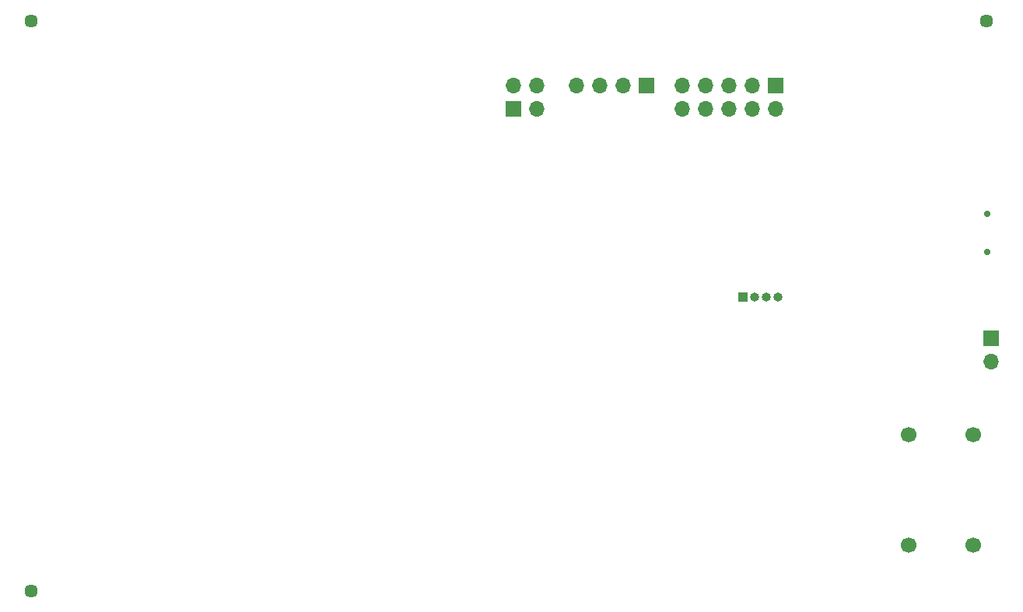
<source format=gbr>
%TF.GenerationSoftware,KiCad,Pcbnew,(5.1.9-0-10_14)*%
%TF.CreationDate,2021-02-23T19:53:59+01:00*%
%TF.ProjectId,codec_breakot,636f6465-635f-4627-9265-616b6f742e6b,rev?*%
%TF.SameCoordinates,Original*%
%TF.FileFunction,Soldermask,Bot*%
%TF.FilePolarity,Negative*%
%FSLAX46Y46*%
G04 Gerber Fmt 4.6, Leading zero omitted, Abs format (unit mm)*
G04 Created by KiCad (PCBNEW (5.1.9-0-10_14)) date 2021-02-23 19:53:59*
%MOMM*%
%LPD*%
G01*
G04 APERTURE LIST*
%ADD10C,1.448000*%
%ADD11C,0.700000*%
%ADD12R,1.000000X1.000000*%
%ADD13O,1.000000X1.000000*%
%ADD14R,1.700000X1.700000*%
%ADD15O,1.700000X1.700000*%
%ADD16C,1.700000*%
G04 APERTURE END LIST*
D10*
%TO.C,TOOLING HOLE*%
X92000000Y-110000000D03*
%TD*%
%TO.C,TOOLING HOLE*%
X92000000Y-48000000D03*
%TD*%
%TO.C,TOOLING HOLE*%
X196000000Y-48000000D03*
%TD*%
D11*
%TO.C,J5*%
X196050000Y-68925000D03*
X196050000Y-73075000D03*
%TD*%
D12*
%TO.C,J9*%
X169500000Y-78000000D03*
D13*
X170770000Y-78000000D03*
X172040000Y-78000000D03*
X173310000Y-78000000D03*
%TD*%
D14*
%TO.C,J6*%
X173000000Y-55000000D03*
D15*
X173000000Y-57540000D03*
X170460000Y-55000000D03*
X170460000Y-57540000D03*
X167920000Y-55000000D03*
X167920000Y-57540000D03*
X165380000Y-55000000D03*
X165380000Y-57540000D03*
X162840000Y-55000000D03*
X162840000Y-57540000D03*
%TD*%
D16*
%TO.C,J8*%
X187500000Y-93000000D03*
X194500000Y-93000000D03*
%TD*%
%TO.C,J7*%
X187500000Y-105000000D03*
X194500000Y-105000000D03*
%TD*%
D14*
%TO.C,J4*%
X196500000Y-82500000D03*
D15*
X196500000Y-85040000D03*
%TD*%
D14*
%TO.C,J2*%
X144500000Y-57500000D03*
D15*
X144500000Y-54960000D03*
X147040000Y-57500000D03*
X147040000Y-54960000D03*
%TD*%
D14*
%TO.C,J1*%
X159000000Y-55000000D03*
D15*
X156460000Y-55000000D03*
X153920000Y-55000000D03*
X151380000Y-55000000D03*
%TD*%
M02*

</source>
